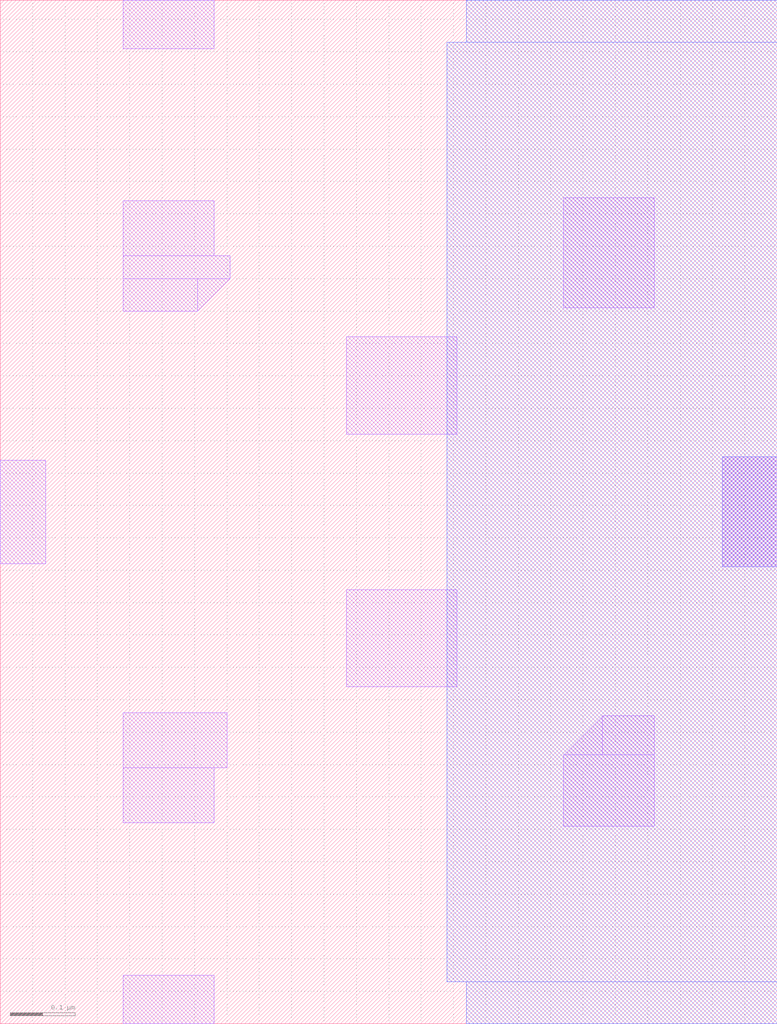
<source format=lef>
# Copyright 2020 The SkyWater PDK Authors
#
# Licensed under the Apache License, Version 2.0 (the "License");
# you may not use this file except in compliance with the License.
# You may obtain a copy of the License at
#
#     https://www.apache.org/licenses/LICENSE-2.0
#
# Unless required by applicable law or agreed to in writing, software
# distributed under the License is distributed on an "AS IS" BASIS,
# WITHOUT WARRANTIES OR CONDITIONS OF ANY KIND, either express or implied.
# See the License for the specific language governing permissions and
# limitations under the License.
#
# SPDX-License-Identifier: Apache-2.0

VERSION 5.7 ;
  NOWIREEXTENSIONATPIN ON ;
  DIVIDERCHAR "/" ;
  BUSBITCHARS "[]" ;
MACRO sky130_fd_bd_sram__sram_sp_cell
  CLASS BLOCK ;
  FOREIGN sky130_fd_bd_sram__sram_sp_cell ;
  ORIGIN  0.000000  0.000000 ;
  SIZE  1.200000 BY  1.580000 ;
  OBS
    LAYER li1 ;
      POLYGON 0.305000 1.150000 0.355000 1.150000 0.305000 1.100000 ;
      POLYGON 0.930000 0.475000 0.930000 0.415000 0.870000 0.415000 ;
      RECT 0.000000 0.710000 0.070000 0.870000 ;
      RECT 0.190000 0.000000 0.330000 0.075000 ;
      RECT 0.190000 0.310000 0.330000 0.395000 ;
      RECT 0.190000 0.395000 0.350000 0.480000 ;
      RECT 0.190000 1.100000 0.305000 1.150000 ;
      RECT 0.190000 1.150000 0.355000 1.185000 ;
      RECT 0.190000 1.185000 0.330000 1.270000 ;
      RECT 0.190000 1.505000 0.330000 1.580000 ;
      RECT 0.535000 0.520000 0.705000 0.670000 ;
      RECT 0.535000 0.910000 0.705000 1.060000 ;
      RECT 0.870000 0.305000 1.010000 0.415000 ;
      RECT 0.870000 1.105000 1.010000 1.275000 ;
      RECT 0.930000 0.415000 1.010000 0.475000 ;
      RECT 1.115000 0.705000 1.200000 0.875000 ;
    LAYER met1 ;
      RECT 1.115000 0.705000 1.200000 0.875000 ;
    LAYER nwell ;
      RECT 0.690000 0.065000 1.200000 1.515000 ;
      RECT 0.720000 0.000000 1.200000 0.065000 ;
      RECT 0.720000 1.515000 1.200000 1.580000 ;
  END
END sky130_fd_bd_sram__sram_sp_cell
END LIBRARY

</source>
